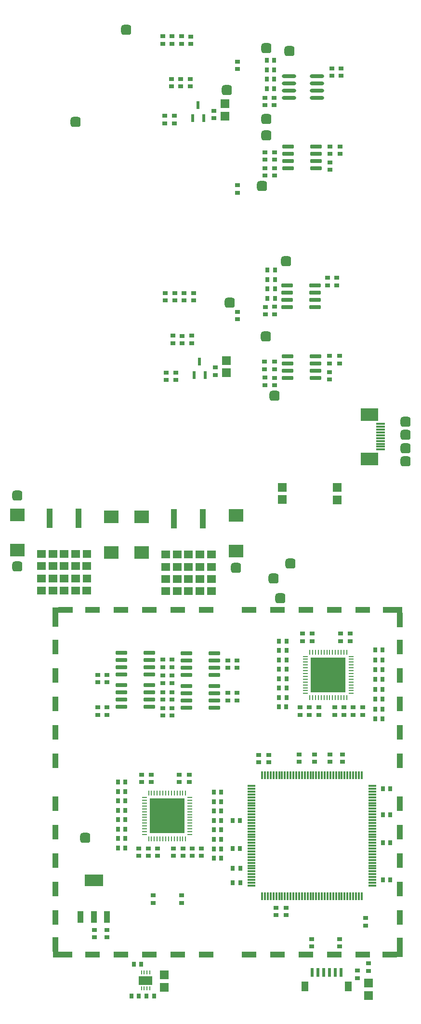
<source format=gtp>
G04*
G04 #@! TF.GenerationSoftware,Altium Limited,Altium Designer,20.0.12 (288)*
G04*
G04 Layer_Color=8421504*
%FSLAX25Y25*%
%MOIN*%
G70*
G01*
G75*
%ADD19R,0.06299X0.05906*%
%ADD20R,0.02756X0.03543*%
%ADD21R,0.24016X0.24016*%
%ADD22O,0.00984X0.03937*%
%ADD23O,0.03937X0.00984*%
%ADD24R,0.09921X0.09095*%
%ADD25R,0.03937X0.13583*%
%ADD26R,0.03937X0.10236*%
%ADD27R,0.03937X0.13780*%
%ADD28R,0.10236X0.03937*%
%ADD29R,0.13780X0.03937*%
%ADD30R,0.02362X0.06102*%
%ADD31R,0.04724X0.07087*%
G04:AMPARAMS|DCode=32|XSize=77.56mil|YSize=23.62mil|CornerRadius=2.95mil|HoleSize=0mil|Usage=FLASHONLY|Rotation=0.000|XOffset=0mil|YOffset=0mil|HoleType=Round|Shape=RoundedRectangle|*
%AMROUNDEDRECTD32*
21,1,0.07756,0.01772,0,0,0.0*
21,1,0.07165,0.02362,0,0,0.0*
1,1,0.00591,0.03583,-0.00886*
1,1,0.00591,-0.03583,-0.00886*
1,1,0.00591,-0.03583,0.00886*
1,1,0.00591,0.03583,0.00886*
%
%ADD32ROUNDEDRECTD32*%
%ADD33R,0.03543X0.02756*%
%ADD34R,0.02362X0.05709*%
%ADD35R,0.12284X0.08819*%
%ADD36R,0.06299X0.01181*%
G04:AMPARAMS|DCode=37|XSize=70mil|YSize=70mil|CornerRadius=17.5mil|HoleSize=0mil|Usage=FLASHONLY|Rotation=90.000|XOffset=0mil|YOffset=0mil|HoleType=Round|Shape=RoundedRectangle|*
%AMROUNDEDRECTD37*
21,1,0.07000,0.03500,0,0,90.0*
21,1,0.03500,0.07000,0,0,90.0*
1,1,0.03500,0.01750,0.01750*
1,1,0.03500,0.01750,-0.01750*
1,1,0.03500,-0.01750,-0.01750*
1,1,0.03500,-0.01750,0.01750*
%
%ADD37ROUNDEDRECTD37*%
%ADD38R,0.05315X0.01378*%
%ADD39R,0.01378X0.05315*%
%ADD40O,0.09843X0.02756*%
%ADD41R,0.09370X0.06496*%
%ADD42R,0.00984X0.02756*%
%ADD43R,0.03937X0.08465*%
%ADD44R,0.12795X0.08465*%
G36*
X62720Y307003D02*
X56751D01*
Y312361D01*
X62720D01*
Y307003D01*
D02*
G37*
G36*
X54846D02*
X48868D01*
Y312361D01*
X54846D01*
Y307003D01*
D02*
G37*
G36*
X46972D02*
X40983D01*
Y312362D01*
X46972D01*
Y307003D01*
D02*
G37*
G36*
X39098D02*
X33095D01*
Y312362D01*
X39098D01*
Y307003D01*
D02*
G37*
G36*
X31224D02*
X25226D01*
Y312359D01*
X31224D01*
Y307003D01*
D02*
G37*
G36*
X148762Y306598D02*
X142793D01*
Y311956D01*
X148762D01*
Y306598D01*
D02*
G37*
G36*
X140888D02*
X134910D01*
Y311956D01*
X140888D01*
Y306598D01*
D02*
G37*
G36*
X133014D02*
X127025D01*
Y311957D01*
X133014D01*
Y306598D01*
D02*
G37*
G36*
X125140D02*
X119138D01*
Y311957D01*
X125140D01*
Y306598D01*
D02*
G37*
G36*
X117266D02*
X111268D01*
Y311955D01*
X117266D01*
Y306598D01*
D02*
G37*
G36*
X62720Y298539D02*
X56741D01*
Y303890D01*
X62720D01*
Y298539D01*
D02*
G37*
G36*
X54846D02*
X48871D01*
Y303882D01*
X54846D01*
Y298539D01*
D02*
G37*
G36*
X46972D02*
X40983D01*
Y303884D01*
X46972D01*
Y298539D01*
D02*
G37*
G36*
X39098D02*
X33107D01*
Y303889D01*
X39098D01*
Y298539D01*
D02*
G37*
G36*
X31224D02*
X25237D01*
Y303892D01*
X31224D01*
Y298539D01*
D02*
G37*
G36*
X148762Y298134D02*
X142783D01*
Y303486D01*
X148762D01*
Y298134D01*
D02*
G37*
G36*
X140888D02*
X134913D01*
Y303478D01*
X140888D01*
Y298134D01*
D02*
G37*
G36*
X133014D02*
X127025D01*
Y303479D01*
X133014D01*
Y298134D01*
D02*
G37*
G36*
X125140D02*
X119149D01*
Y303485D01*
X125140D01*
Y298134D01*
D02*
G37*
G36*
X117266D02*
X111280D01*
Y303487D01*
X117266D01*
Y298134D01*
D02*
G37*
G36*
X62720Y290074D02*
X56761D01*
Y295400D01*
X62720D01*
Y290074D01*
D02*
G37*
G36*
X54846D02*
X48869D01*
Y295406D01*
X54846D01*
Y290074D01*
D02*
G37*
G36*
X46972D02*
X40984D01*
Y295409D01*
X46972D01*
Y290074D01*
D02*
G37*
G36*
X39098D02*
X33095D01*
Y295404D01*
X39098D01*
Y290074D01*
D02*
G37*
G36*
X31224D02*
X25235D01*
Y295425D01*
X31224D01*
Y290074D01*
D02*
G37*
G36*
X148762Y289669D02*
X142803D01*
Y294996D01*
X148762D01*
Y289669D01*
D02*
G37*
G36*
X140888D02*
X134912D01*
Y295001D01*
X140888D01*
Y289669D01*
D02*
G37*
G36*
X133014D02*
X127026D01*
Y295004D01*
X133014D01*
Y289669D01*
D02*
G37*
G36*
X125140D02*
X119137D01*
Y294999D01*
X125140D01*
Y289669D01*
D02*
G37*
G36*
X117266D02*
X111277D01*
Y295020D01*
X117266D01*
Y289669D01*
D02*
G37*
G36*
X62720Y281728D02*
X56737D01*
Y287079D01*
X62720D01*
Y281728D01*
D02*
G37*
G36*
X54846D02*
X48870D01*
Y287043D01*
X54846D01*
Y281728D01*
D02*
G37*
G36*
X46972D02*
X40987D01*
Y287078D01*
X46972D01*
Y281728D01*
D02*
G37*
G36*
X39098D02*
X33109D01*
Y287072D01*
X39098D01*
Y281728D01*
D02*
G37*
G36*
X31224D02*
X25218D01*
Y287056D01*
X31224D01*
Y281728D01*
D02*
G37*
G36*
X148762Y281323D02*
X142780D01*
Y286674D01*
X148762D01*
Y281323D01*
D02*
G37*
G36*
X140888D02*
X134912D01*
Y286639D01*
X140888D01*
Y281323D01*
D02*
G37*
G36*
X133014D02*
X127030D01*
Y286674D01*
X133014D01*
Y281323D01*
D02*
G37*
G36*
X125140D02*
X119151D01*
Y286667D01*
X125140D01*
Y281323D01*
D02*
G37*
G36*
X117266D02*
X111261D01*
Y286652D01*
X117266D01*
Y281323D01*
D02*
G37*
G36*
X49830Y268932D02*
X39988D01*
Y272869D01*
X49830D01*
Y268932D01*
D02*
G37*
G36*
X278177Y259090D02*
X274240D01*
Y268932D01*
X278177D01*
Y259090D01*
D02*
G37*
G36*
X39988Y34680D02*
X36051D01*
Y44523D01*
X39988D01*
Y34680D01*
D02*
G37*
G36*
X274240Y30743D02*
X264397D01*
Y34680D01*
X274240D01*
Y30743D01*
D02*
G37*
D19*
X232972Y355610D02*
D03*
Y347146D02*
D03*
X194783Y347244D02*
D03*
Y355709D02*
D03*
X113380Y10076D02*
D03*
Y18540D02*
D03*
X155230Y620940D02*
D03*
Y612476D02*
D03*
X156230Y443440D02*
D03*
Y434976D02*
D03*
X254480Y4476D02*
D03*
Y12940D02*
D03*
D20*
X259154Y222835D02*
D03*
X264272D02*
D03*
X147539Y125386D02*
D03*
X152657D02*
D03*
X259154Y229626D02*
D03*
X264272D02*
D03*
X147539Y131928D02*
D03*
X152657D02*
D03*
X259154Y195669D02*
D03*
X264272D02*
D03*
X147539Y99220D02*
D03*
X152657D02*
D03*
X259154Y202461D02*
D03*
X264272D02*
D03*
X147539Y105762D02*
D03*
X152657D02*
D03*
X192671Y249476D02*
D03*
X197789D02*
D03*
X81171Y151976D02*
D03*
X86289D02*
D03*
X259154Y209252D02*
D03*
X264272D02*
D03*
X147539Y112303D02*
D03*
X152657D02*
D03*
X192671Y242976D02*
D03*
X197789D02*
D03*
X81171Y145476D02*
D03*
X86289D02*
D03*
X197730Y203976D02*
D03*
X192612D02*
D03*
X86230Y106476D02*
D03*
X81112D02*
D03*
X197789Y210476D02*
D03*
X192671D02*
D03*
X86289Y112976D02*
D03*
X81171D02*
D03*
X197848Y223476D02*
D03*
X192730D02*
D03*
X86348Y125976D02*
D03*
X81230D02*
D03*
X197789Y229976D02*
D03*
X192671D02*
D03*
X86289Y132476D02*
D03*
X81171D02*
D03*
X259154Y216043D02*
D03*
X264272D02*
D03*
X147539Y118845D02*
D03*
X152657D02*
D03*
X259154Y236417D02*
D03*
X264272D02*
D03*
X147539Y138469D02*
D03*
X152657D02*
D03*
X197789Y216976D02*
D03*
X192671D02*
D03*
X86289Y119476D02*
D03*
X81171D02*
D03*
X197789Y236476D02*
D03*
X192671D02*
D03*
X86289Y138976D02*
D03*
X81171D02*
D03*
X259154Y243209D02*
D03*
X264272D02*
D03*
X147539Y145011D02*
D03*
X152657D02*
D03*
X184171Y644417D02*
D03*
X189289D02*
D03*
Y631417D02*
D03*
X184171D02*
D03*
X184730Y499476D02*
D03*
X189848D02*
D03*
Y486476D02*
D03*
X184730D02*
D03*
X97339Y25876D02*
D03*
X92221D02*
D03*
X95739Y3976D02*
D03*
X90621D02*
D03*
X101062D02*
D03*
X106180D02*
D03*
X160671Y92476D02*
D03*
X165789D02*
D03*
X189289Y650916D02*
D03*
X184171D02*
D03*
X189289Y637917D02*
D03*
X184171D02*
D03*
X189848Y505976D02*
D03*
X184730D02*
D03*
X189848Y492976D02*
D03*
X184730D02*
D03*
X264421Y147476D02*
D03*
X269539D02*
D03*
X264421Y84476D02*
D03*
X269539D02*
D03*
X264421Y109976D02*
D03*
X269539D02*
D03*
X264421Y129476D02*
D03*
X269539D02*
D03*
X165730Y105976D02*
D03*
X160612D02*
D03*
X165789Y82476D02*
D03*
X160671D02*
D03*
X165730Y125476D02*
D03*
X160612D02*
D03*
D21*
X226730Y226007D02*
D03*
X115230Y128507D02*
D03*
D22*
X213934Y241755D02*
D03*
X215903D02*
D03*
X217871D02*
D03*
X219840D02*
D03*
X221809D02*
D03*
X223777D02*
D03*
X225746D02*
D03*
X227714D02*
D03*
X229683D02*
D03*
X231651D02*
D03*
X233620D02*
D03*
X235588D02*
D03*
X237557D02*
D03*
X239525D02*
D03*
Y210259D02*
D03*
X237557D02*
D03*
X235588D02*
D03*
X233620D02*
D03*
X231651D02*
D03*
X229683D02*
D03*
X227714D02*
D03*
X225746D02*
D03*
X223777D02*
D03*
X221809D02*
D03*
X219840D02*
D03*
X217871D02*
D03*
X215903D02*
D03*
X213934D02*
D03*
X102435Y144255D02*
D03*
X104403D02*
D03*
X106371D02*
D03*
X108340D02*
D03*
X110309D02*
D03*
X112277D02*
D03*
X114246D02*
D03*
X116214D02*
D03*
X118183D02*
D03*
X120151D02*
D03*
X122120D02*
D03*
X124088D02*
D03*
X126057D02*
D03*
X128025D02*
D03*
Y112759D02*
D03*
X126057D02*
D03*
X124088D02*
D03*
X122120D02*
D03*
X120151D02*
D03*
X118183D02*
D03*
X116214D02*
D03*
X114246D02*
D03*
X112277D02*
D03*
X110309D02*
D03*
X108340D02*
D03*
X106371D02*
D03*
X104403D02*
D03*
X102435D02*
D03*
D23*
X242478Y238802D02*
D03*
Y236834D02*
D03*
Y234865D02*
D03*
Y232897D02*
D03*
Y230928D02*
D03*
Y228960D02*
D03*
Y226991D02*
D03*
Y225023D02*
D03*
Y223054D02*
D03*
Y221086D02*
D03*
Y219117D02*
D03*
Y217149D02*
D03*
Y215180D02*
D03*
Y213212D02*
D03*
X210982D02*
D03*
Y215180D02*
D03*
Y217149D02*
D03*
Y219117D02*
D03*
Y221086D02*
D03*
Y223054D02*
D03*
Y225023D02*
D03*
Y226991D02*
D03*
Y228960D02*
D03*
Y230928D02*
D03*
Y232897D02*
D03*
Y234865D02*
D03*
Y236834D02*
D03*
Y238802D02*
D03*
X130978Y141302D02*
D03*
Y139334D02*
D03*
Y137365D02*
D03*
Y135397D02*
D03*
Y133428D02*
D03*
Y131460D02*
D03*
Y129491D02*
D03*
Y127523D02*
D03*
Y125554D02*
D03*
Y123586D02*
D03*
Y121617D02*
D03*
Y119649D02*
D03*
Y117680D02*
D03*
Y115712D02*
D03*
X99482D02*
D03*
Y117680D02*
D03*
Y119649D02*
D03*
Y121617D02*
D03*
Y123586D02*
D03*
Y125554D02*
D03*
Y127523D02*
D03*
Y129491D02*
D03*
Y131460D02*
D03*
Y133428D02*
D03*
Y135397D02*
D03*
Y137365D02*
D03*
Y139334D02*
D03*
Y141302D02*
D03*
D24*
X97480Y335180D02*
D03*
Y310771D02*
D03*
X162980Y311771D02*
D03*
Y336180D02*
D03*
X76480Y310771D02*
D03*
Y335180D02*
D03*
X11480Y312180D02*
D03*
Y336590D02*
D03*
D25*
X120022Y334079D02*
D03*
X140022D02*
D03*
X53980Y334484D02*
D03*
X33980D02*
D03*
D26*
X38019Y166570D02*
D03*
Y186255D02*
D03*
Y205940D02*
D03*
Y225625D02*
D03*
Y245310D02*
D03*
X276208Y166570D02*
D03*
Y186255D02*
D03*
Y205940D02*
D03*
Y225625D02*
D03*
Y245310D02*
D03*
Y137042D02*
D03*
Y117358D02*
D03*
Y97672D02*
D03*
Y77987D02*
D03*
Y58302D02*
D03*
X38019Y137042D02*
D03*
Y117358D02*
D03*
Y97672D02*
D03*
Y77987D02*
D03*
Y58302D02*
D03*
D27*
Y265980D02*
D03*
X276208Y37633D02*
D03*
D28*
X142350Y270901D02*
D03*
X122665D02*
D03*
X102980D02*
D03*
X83295D02*
D03*
X63610D02*
D03*
X171877D02*
D03*
X191562D02*
D03*
X211247D02*
D03*
X230933D02*
D03*
X250618D02*
D03*
X171877Y32712D02*
D03*
X191562D02*
D03*
X211247D02*
D03*
X230933D02*
D03*
X250618D02*
D03*
X142350D02*
D03*
X122665D02*
D03*
X102980D02*
D03*
X83295D02*
D03*
X63610D02*
D03*
D29*
X271287Y270901D02*
D03*
X42940Y32712D02*
D03*
D30*
X235417Y20476D02*
D03*
X231480D02*
D03*
X227543D02*
D03*
X223606D02*
D03*
X219669D02*
D03*
X215732D02*
D03*
D31*
X240535Y10535D02*
D03*
X210614D02*
D03*
D32*
X198230Y495476D02*
D03*
Y490476D02*
D03*
Y485476D02*
D03*
Y480476D02*
D03*
X217679D02*
D03*
Y485476D02*
D03*
Y490476D02*
D03*
Y495476D02*
D03*
X83480Y241476D02*
D03*
Y236476D02*
D03*
Y231476D02*
D03*
Y226476D02*
D03*
X102929D02*
D03*
Y231476D02*
D03*
Y236476D02*
D03*
Y241476D02*
D03*
X128480Y240976D02*
D03*
Y235976D02*
D03*
Y230976D02*
D03*
Y225976D02*
D03*
X147929D02*
D03*
Y230976D02*
D03*
Y235976D02*
D03*
Y240976D02*
D03*
X83480Y218976D02*
D03*
Y213976D02*
D03*
Y208976D02*
D03*
Y203976D02*
D03*
X102929D02*
D03*
Y208976D02*
D03*
Y213976D02*
D03*
Y218976D02*
D03*
X128480Y218476D02*
D03*
Y213476D02*
D03*
Y208476D02*
D03*
Y203476D02*
D03*
X147929D02*
D03*
Y208476D02*
D03*
Y213476D02*
D03*
Y218476D02*
D03*
X198755Y591358D02*
D03*
Y586357D02*
D03*
Y581357D02*
D03*
Y576358D02*
D03*
X218204D02*
D03*
Y581357D02*
D03*
Y586357D02*
D03*
Y591358D02*
D03*
X198505Y446476D02*
D03*
Y441476D02*
D03*
Y436476D02*
D03*
Y431476D02*
D03*
X217954D02*
D03*
Y436476D02*
D03*
Y441476D02*
D03*
Y446476D02*
D03*
D33*
X237730Y198416D02*
D03*
Y203535D02*
D03*
X126230Y100917D02*
D03*
Y106035D02*
D03*
X250480Y203535D02*
D03*
Y198416D02*
D03*
X138980Y106035D02*
D03*
Y100917D02*
D03*
X231230Y198416D02*
D03*
Y203535D02*
D03*
X119730Y100917D02*
D03*
Y106035D02*
D03*
X213730Y203535D02*
D03*
Y198416D02*
D03*
X102230Y106035D02*
D03*
Y100917D02*
D03*
X243980Y203535D02*
D03*
Y198416D02*
D03*
X132480Y106035D02*
D03*
Y100917D02*
D03*
X217230Y165917D02*
D03*
Y171035D02*
D03*
X105730Y68417D02*
D03*
Y73535D02*
D03*
X236730Y165948D02*
D03*
Y171066D02*
D03*
X125230Y68448D02*
D03*
Y73566D02*
D03*
X235230Y249416D02*
D03*
Y254535D02*
D03*
X123730Y151917D02*
D03*
Y157035D02*
D03*
X220230Y203535D02*
D03*
Y198416D02*
D03*
X108730Y106035D02*
D03*
Y100917D02*
D03*
X241899Y249416D02*
D03*
Y254535D02*
D03*
X97438Y151903D02*
D03*
Y157021D02*
D03*
X207230Y203535D02*
D03*
Y198416D02*
D03*
X95730Y106035D02*
D03*
Y100917D02*
D03*
X215730Y249416D02*
D03*
Y254535D02*
D03*
X104230Y151917D02*
D03*
Y157035D02*
D03*
X209072Y249411D02*
D03*
Y254529D02*
D03*
X130413Y151910D02*
D03*
Y157028D02*
D03*
X182980Y582298D02*
D03*
Y587417D02*
D03*
X182730Y437417D02*
D03*
Y442535D02*
D03*
X227980Y575239D02*
D03*
Y580358D02*
D03*
X227730Y430358D02*
D03*
Y435476D02*
D03*
X163980Y650035D02*
D03*
Y644916D02*
D03*
Y564535D02*
D03*
Y559416D02*
D03*
Y477035D02*
D03*
Y471916D02*
D03*
X131230Y632976D02*
D03*
Y638094D02*
D03*
X132230Y455476D02*
D03*
Y460594D02*
D03*
X118230Y632916D02*
D03*
Y638035D02*
D03*
X119230Y455416D02*
D03*
Y460535D02*
D03*
X124730Y637976D02*
D03*
Y632858D02*
D03*
X125730Y460476D02*
D03*
Y455358D02*
D03*
X118730Y662476D02*
D03*
Y667594D02*
D03*
X120480Y484976D02*
D03*
Y490094D02*
D03*
X147730Y610917D02*
D03*
Y616035D02*
D03*
X148730Y433417D02*
D03*
Y438535D02*
D03*
X189730Y587417D02*
D03*
Y582298D02*
D03*
X189480Y442594D02*
D03*
Y437476D02*
D03*
X254480Y26558D02*
D03*
Y21440D02*
D03*
X118704Y231417D02*
D03*
Y236535D02*
D03*
X163704Y230917D02*
D03*
Y236035D02*
D03*
X118704Y208916D02*
D03*
Y214035D02*
D03*
X163704Y208417D02*
D03*
Y213535D02*
D03*
X112204Y231417D02*
D03*
Y236535D02*
D03*
X157204Y230917D02*
D03*
Y236035D02*
D03*
X112204Y208916D02*
D03*
Y214035D02*
D03*
X157204Y208417D02*
D03*
Y213535D02*
D03*
X73704Y220917D02*
D03*
Y226035D02*
D03*
X118704Y220416D02*
D03*
Y225535D02*
D03*
X73704Y198416D02*
D03*
Y203535D02*
D03*
X118704Y197916D02*
D03*
Y203035D02*
D03*
X67204Y220976D02*
D03*
Y226094D02*
D03*
X112204Y220476D02*
D03*
Y225594D02*
D03*
X67204Y198476D02*
D03*
Y203594D02*
D03*
X112204Y197976D02*
D03*
Y203094D02*
D03*
X227980Y591417D02*
D03*
Y586298D02*
D03*
X227730Y446535D02*
D03*
Y441417D02*
D03*
X234980Y591417D02*
D03*
Y586298D02*
D03*
X234730Y446535D02*
D03*
Y441417D02*
D03*
X189480Y571357D02*
D03*
Y576476D02*
D03*
Y426358D02*
D03*
Y431476D02*
D03*
X182980Y571298D02*
D03*
Y576416D02*
D03*
Y426416D02*
D03*
Y431535D02*
D03*
X229230Y645476D02*
D03*
Y640357D02*
D03*
X235671Y645476D02*
D03*
Y640357D02*
D03*
X189230Y619858D02*
D03*
Y624976D02*
D03*
X182789Y619858D02*
D03*
Y624976D02*
D03*
X226230Y500594D02*
D03*
Y495476D02*
D03*
X232730Y500535D02*
D03*
Y495416D02*
D03*
X189730Y475417D02*
D03*
Y480535D02*
D03*
X183230Y475357D02*
D03*
Y480476D02*
D03*
X64980Y49785D02*
D03*
Y44666D02*
D03*
X73480Y49785D02*
D03*
Y44666D02*
D03*
X131730Y667476D02*
D03*
Y662358D02*
D03*
X133480Y489976D02*
D03*
Y484858D02*
D03*
X125230Y667535D02*
D03*
Y662417D02*
D03*
X126980Y490035D02*
D03*
Y484916D02*
D03*
X113730Y612535D02*
D03*
Y607416D02*
D03*
X114730Y435035D02*
D03*
Y429916D02*
D03*
X112230Y667594D02*
D03*
Y662476D02*
D03*
X113980Y490094D02*
D03*
Y484976D02*
D03*
X120230Y612535D02*
D03*
Y607416D02*
D03*
X121230Y435035D02*
D03*
Y429916D02*
D03*
X234730Y38357D02*
D03*
Y43476D02*
D03*
X215230Y38357D02*
D03*
Y43476D02*
D03*
X246980Y21535D02*
D03*
Y16417D02*
D03*
X185730Y165535D02*
D03*
Y170653D02*
D03*
X190730Y65094D02*
D03*
Y59976D02*
D03*
X252580Y57935D02*
D03*
Y52816D02*
D03*
X197480Y65035D02*
D03*
Y59917D02*
D03*
X227980Y165858D02*
D03*
Y170976D02*
D03*
X206480Y165917D02*
D03*
Y171035D02*
D03*
X178730Y165594D02*
D03*
Y170712D02*
D03*
D34*
X132990Y610909D02*
D03*
X140470D02*
D03*
X136730Y620161D02*
D03*
X133990Y433409D02*
D03*
X141470D02*
D03*
X137730Y442661D02*
D03*
D35*
X255180Y406076D02*
D03*
Y375391D02*
D03*
D36*
X262975Y399591D02*
D03*
Y397623D02*
D03*
Y395654D02*
D03*
Y393686D02*
D03*
Y391717D02*
D03*
Y389749D02*
D03*
Y387780D02*
D03*
Y385812D02*
D03*
Y383843D02*
D03*
Y381875D02*
D03*
D37*
X188878Y292815D02*
D03*
X200689Y303051D02*
D03*
X280244Y391898D02*
D03*
Y401019D02*
D03*
X189480Y418976D02*
D03*
X183480Y459976D02*
D03*
X197480Y511976D02*
D03*
X280244Y382777D02*
D03*
Y373657D02*
D03*
X183980Y598976D02*
D03*
Y610476D02*
D03*
X199980Y657476D02*
D03*
X193504Y279134D02*
D03*
X180980Y563976D02*
D03*
X158480Y483476D02*
D03*
X183980Y659476D02*
D03*
X11480Y349976D02*
D03*
X58480Y113476D02*
D03*
X156480Y630476D02*
D03*
X51980Y608476D02*
D03*
X86980Y671976D02*
D03*
X162980Y299976D02*
D03*
X11480Y300976D02*
D03*
D38*
X173568Y80381D02*
D03*
Y82350D02*
D03*
Y84318D02*
D03*
Y86287D02*
D03*
Y88255D02*
D03*
Y90224D02*
D03*
Y92192D02*
D03*
Y94161D02*
D03*
Y96129D02*
D03*
Y98098D02*
D03*
Y100066D02*
D03*
Y102035D02*
D03*
Y104003D02*
D03*
Y105972D02*
D03*
Y107940D02*
D03*
Y109909D02*
D03*
Y111877D02*
D03*
Y113846D02*
D03*
Y115814D02*
D03*
Y117783D02*
D03*
Y119751D02*
D03*
Y121720D02*
D03*
Y123688D02*
D03*
Y125657D02*
D03*
Y127625D02*
D03*
Y129594D02*
D03*
Y131562D02*
D03*
Y133531D02*
D03*
Y135499D02*
D03*
Y137468D02*
D03*
Y139436D02*
D03*
Y141405D02*
D03*
Y143373D02*
D03*
Y145342D02*
D03*
Y147310D02*
D03*
Y149279D02*
D03*
X257230D02*
D03*
Y147310D02*
D03*
Y145342D02*
D03*
Y143373D02*
D03*
Y141405D02*
D03*
Y139436D02*
D03*
Y137468D02*
D03*
Y135499D02*
D03*
Y133531D02*
D03*
Y131562D02*
D03*
Y129594D02*
D03*
Y127625D02*
D03*
Y125657D02*
D03*
Y123688D02*
D03*
Y121720D02*
D03*
Y119751D02*
D03*
Y117783D02*
D03*
Y115814D02*
D03*
Y113846D02*
D03*
Y111877D02*
D03*
Y109909D02*
D03*
Y107940D02*
D03*
Y105972D02*
D03*
Y104003D02*
D03*
Y102035D02*
D03*
Y100066D02*
D03*
Y98098D02*
D03*
Y96129D02*
D03*
Y94161D02*
D03*
Y92192D02*
D03*
Y90224D02*
D03*
Y88255D02*
D03*
Y86287D02*
D03*
Y84318D02*
D03*
Y82350D02*
D03*
Y80381D02*
D03*
D39*
X180950Y156661D02*
D03*
X182919D02*
D03*
X184887D02*
D03*
X186856D02*
D03*
X188824D02*
D03*
X190793D02*
D03*
X192761D02*
D03*
X194730D02*
D03*
X196698D02*
D03*
X198667D02*
D03*
X200635D02*
D03*
X202604D02*
D03*
X204572D02*
D03*
X206541D02*
D03*
X208509D02*
D03*
X210478D02*
D03*
X212446D02*
D03*
X214415D02*
D03*
X216383D02*
D03*
X218352D02*
D03*
X220320D02*
D03*
X222289D02*
D03*
X224257D02*
D03*
X226226D02*
D03*
X228194D02*
D03*
X230163D02*
D03*
X232131D02*
D03*
X234100D02*
D03*
X236068D02*
D03*
X238037D02*
D03*
X240005D02*
D03*
X241974D02*
D03*
X243942D02*
D03*
X245911D02*
D03*
X247879D02*
D03*
X249848D02*
D03*
Y72999D02*
D03*
X247879D02*
D03*
X245911D02*
D03*
X243942D02*
D03*
X241974D02*
D03*
X240005D02*
D03*
X238037D02*
D03*
X236068D02*
D03*
X234100D02*
D03*
X232131D02*
D03*
X230163D02*
D03*
X228194D02*
D03*
X226226D02*
D03*
X224257D02*
D03*
X222289D02*
D03*
X220320D02*
D03*
X218352D02*
D03*
X216383D02*
D03*
X214415D02*
D03*
X212446D02*
D03*
X210478D02*
D03*
X208509D02*
D03*
X206541D02*
D03*
X204572D02*
D03*
X202604D02*
D03*
X200635D02*
D03*
X198667D02*
D03*
X196698D02*
D03*
X194730D02*
D03*
X192761D02*
D03*
X190793D02*
D03*
X188824D02*
D03*
X186856D02*
D03*
X184887D02*
D03*
X182919D02*
D03*
X180950D02*
D03*
D40*
X199584Y639917D02*
D03*
Y634916D02*
D03*
Y629916D02*
D03*
Y624917D02*
D03*
X218876Y639917D02*
D03*
Y634916D02*
D03*
Y629916D02*
D03*
Y624917D02*
D03*
D41*
X100380Y14776D02*
D03*
D42*
X103333Y9264D02*
D03*
X101364D02*
D03*
X99396D02*
D03*
X97427D02*
D03*
Y20287D02*
D03*
X99396D02*
D03*
X101364D02*
D03*
X103333D02*
D03*
D43*
X55370Y58726D02*
D03*
X64425D02*
D03*
X73480D02*
D03*
D44*
X64425Y84119D02*
D03*
M02*

</source>
